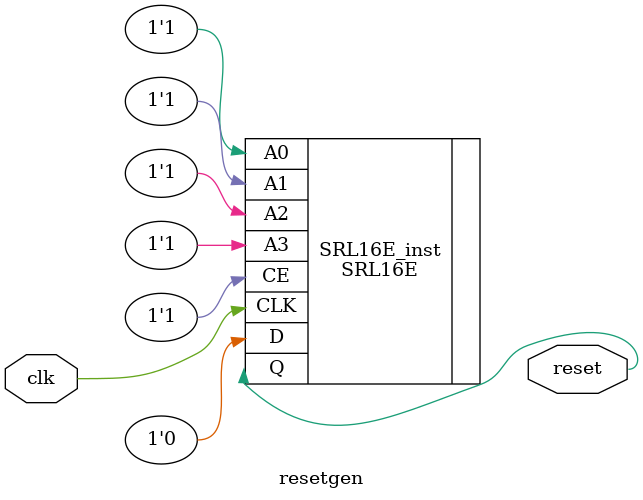
<source format=v>
`timescale 1ns / 1ps

module resetgen(
    input clk,
    output reset
    );

   // SRL16E: 16-bit shift register LUT with clock enable operating on posedge of clock
   //         Spartan-6
   // Xilinx HDL Language Template, version 14.4
   
   SRL16E #(
      .INIT(16'hFFFF) // Initial Value of Shift Register, RESET is asserted for another 16 clock cycles after reload.
   ) SRL16E_inst (
      .Q(reset),
      .A0(1'b1),
      .A1(1'b1),
      .A2(1'b1),
      .A3(1'b1),
      .CE(1'b1),
      .CLK(clk),
      .D(1'b0)			// eventually these zeroes make it out of the shift register.
   );

   // End of SRL16E_inst instantiation

endmodule

</source>
